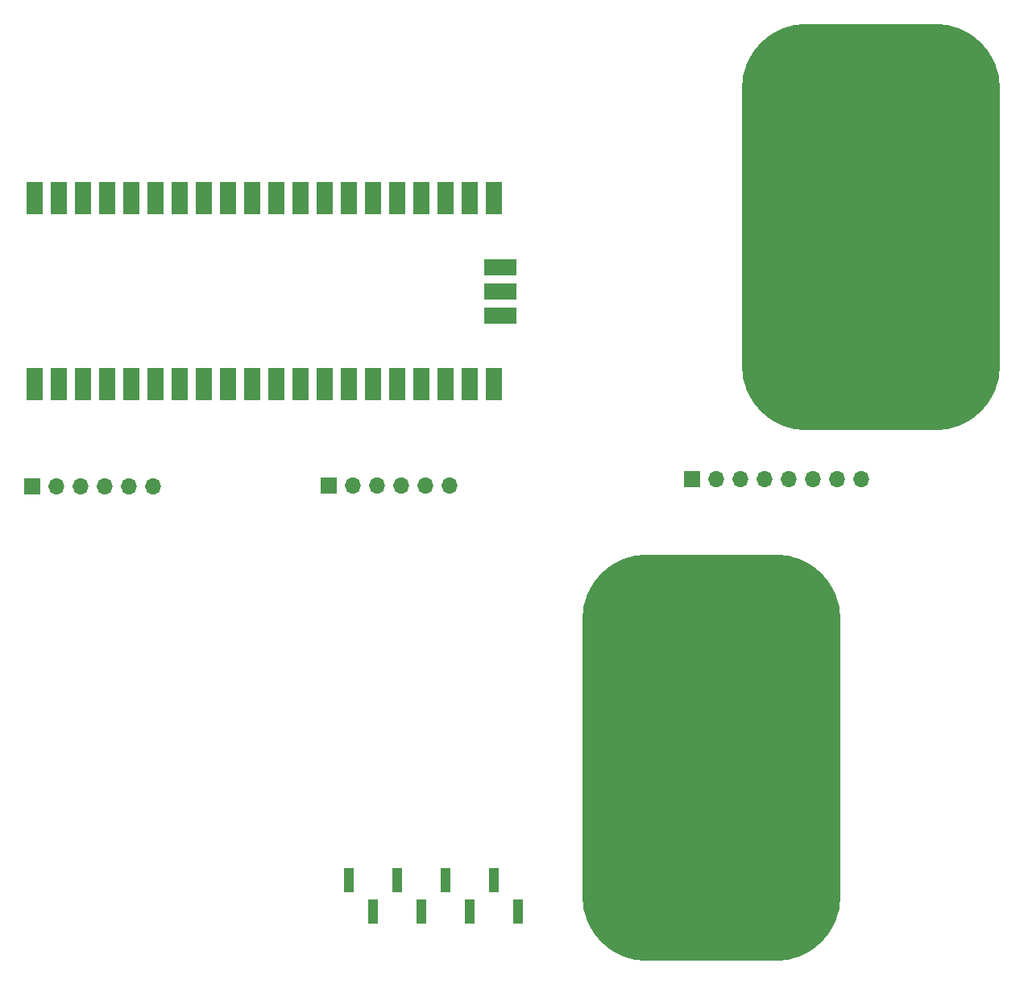
<source format=gbr>
%TF.GenerationSoftware,KiCad,Pcbnew,7.0.7*%
%TF.CreationDate,2024-01-08T08:14:38+08:00*%
%TF.ProjectId,IIDX_Cap_Controller,49494458-5f43-4617-905f-436f6e74726f,rev?*%
%TF.SameCoordinates,Original*%
%TF.FileFunction,Soldermask,Bot*%
%TF.FilePolarity,Negative*%
%FSLAX46Y46*%
G04 Gerber Fmt 4.6, Leading zero omitted, Abs format (unit mm)*
G04 Created by KiCad (PCBNEW 7.0.7) date 2024-01-08 08:14:38*
%MOMM*%
%LPD*%
G01*
G04 APERTURE LIST*
G04 Aperture macros list*
%AMRoundRect*
0 Rectangle with rounded corners*
0 $1 Rounding radius*
0 $2 $3 $4 $5 $6 $7 $8 $9 X,Y pos of 4 corners*
0 Add a 4 corners polygon primitive as box body*
4,1,4,$2,$3,$4,$5,$6,$7,$8,$9,$2,$3,0*
0 Add four circle primitives for the rounded corners*
1,1,$1+$1,$2,$3*
1,1,$1+$1,$4,$5*
1,1,$1+$1,$6,$7*
1,1,$1+$1,$8,$9*
0 Add four rect primitives between the rounded corners*
20,1,$1+$1,$2,$3,$4,$5,0*
20,1,$1+$1,$4,$5,$6,$7,0*
20,1,$1+$1,$6,$7,$8,$9,0*
20,1,$1+$1,$8,$9,$2,$3,0*%
G04 Aperture macros list end*
%ADD10R,1.700000X1.700000*%
%ADD11O,1.700000X1.700000*%
%ADD12RoundRect,6.782594X6.782593X14.585156X-6.782593X14.585156X-6.782593X-14.585156X6.782593X-14.585156X0*%
%ADD13R,1.000000X2.510000*%
%ADD14R,1.700000X3.500000*%
%ADD15R,3.500000X1.700000*%
G04 APERTURE END LIST*
D10*
%TO.C,J8*%
X169899833Y-80527328D03*
D11*
X172439833Y-80527328D03*
X174979833Y-80527328D03*
X177519833Y-80527328D03*
X180059833Y-80527328D03*
X182599833Y-80527328D03*
X185139833Y-80527328D03*
X187679833Y-80527328D03*
%TD*%
D12*
%TO.C,J7*%
X171931753Y-109775786D03*
%TD*%
D13*
%TO.C,J12*%
X133827731Y-122713728D03*
X136367731Y-126023728D03*
X138907731Y-122713728D03*
X141447731Y-126023728D03*
X143987731Y-122713728D03*
X146527731Y-126023728D03*
X149067731Y-122713728D03*
X151607731Y-126023728D03*
%TD*%
D10*
%TO.C,J11*%
X131788508Y-81180273D03*
D11*
X134328508Y-81180273D03*
X136868508Y-81180273D03*
X139408508Y-81180273D03*
X141948508Y-81180273D03*
X144488508Y-81180273D03*
%TD*%
D14*
%TO.C,RP0*%
X100864654Y-50985093D03*
X103404654Y-50985093D03*
X105944654Y-50985093D03*
X108484654Y-50985093D03*
X111024654Y-50985093D03*
X113564654Y-50985093D03*
X116104654Y-50985093D03*
X118644654Y-50985093D03*
X121184654Y-50985093D03*
X123724654Y-50985093D03*
X126264654Y-50985093D03*
X128804654Y-50985093D03*
X131344654Y-50985093D03*
X133884654Y-50985093D03*
X136424654Y-50985093D03*
X138964654Y-50985093D03*
X141504654Y-50985093D03*
X144044654Y-50985093D03*
X146584654Y-50985093D03*
X149124654Y-50985093D03*
X149124654Y-70565093D03*
X146584654Y-70565093D03*
X144044654Y-70565093D03*
X141504654Y-70565093D03*
X138964654Y-70565093D03*
X136424654Y-70565093D03*
X133884654Y-70565093D03*
X131344654Y-70565093D03*
X128804654Y-70565093D03*
X126264654Y-70565093D03*
X123724654Y-70565093D03*
X121184654Y-70565093D03*
X118644654Y-70565093D03*
X116104654Y-70565093D03*
X113564654Y-70565093D03*
X111024654Y-70565093D03*
X108484654Y-70565093D03*
X105944654Y-70565093D03*
X103404654Y-70565093D03*
X100864654Y-70565093D03*
D15*
X149794654Y-58235093D03*
X149794654Y-60775093D03*
X149794654Y-63315093D03*
%TD*%
D12*
%TO.C,J6*%
X188726723Y-53989715D03*
%TD*%
D10*
%TO.C,J10*%
X100619644Y-81310065D03*
D11*
X103159644Y-81310065D03*
X105699644Y-81310065D03*
X108239644Y-81310065D03*
X110779644Y-81310065D03*
X113319644Y-81310065D03*
%TD*%
M02*

</source>
